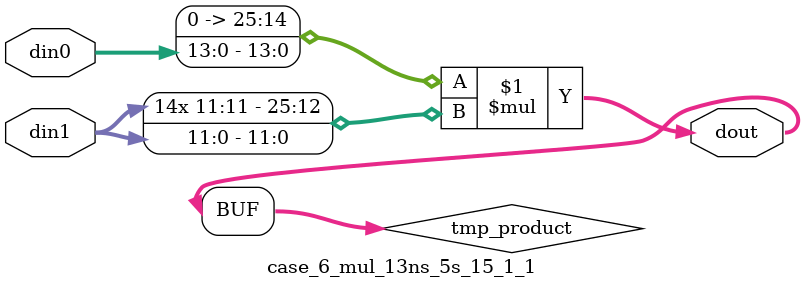
<source format=v>

`timescale 1 ns / 1 ps

 (* use_dsp = "no" *)  module case_6_mul_13ns_5s_15_1_1(din0, din1, dout);
parameter ID = 1;
parameter NUM_STAGE = 0;
parameter din0_WIDTH = 14;
parameter din1_WIDTH = 12;
parameter dout_WIDTH = 26;

input [din0_WIDTH - 1 : 0] din0; 
input [din1_WIDTH - 1 : 0] din1; 
output [dout_WIDTH - 1 : 0] dout;

wire signed [dout_WIDTH - 1 : 0] tmp_product;

























assign tmp_product = $signed({1'b0, din0}) * $signed(din1);










assign dout = tmp_product;





















endmodule

</source>
